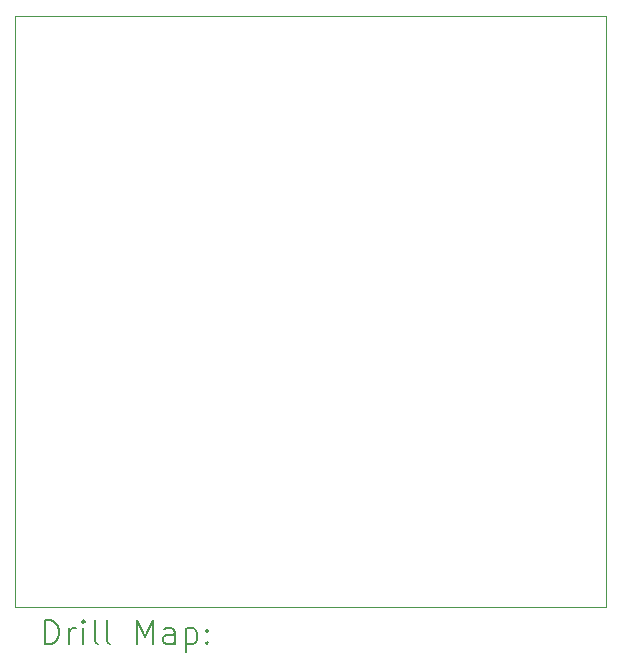
<source format=gbr>
%FSLAX45Y45*%
G04 Gerber Fmt 4.5, Leading zero omitted, Abs format (unit mm)*
G04 Created by KiCad (PCBNEW 6.0.2-378541a8eb~116~ubuntu20.04.1) date 2022-03-13 21:59:55*
%MOMM*%
%LPD*%
G01*
G04 APERTURE LIST*
%TA.AperFunction,Profile*%
%ADD10C,0.100000*%
%TD*%
%ADD11C,0.200000*%
G04 APERTURE END LIST*
D10*
X10750000Y-7940000D02*
X15750000Y-7940000D01*
X15750000Y-7940000D02*
X15750000Y-12940000D01*
X15750000Y-12940000D02*
X10750000Y-12940000D01*
X10750000Y-12940000D02*
X10750000Y-7940000D01*
D11*
X11002619Y-13255476D02*
X11002619Y-13055476D01*
X11050238Y-13055476D01*
X11078810Y-13065000D01*
X11097857Y-13084048D01*
X11107381Y-13103095D01*
X11116905Y-13141190D01*
X11116905Y-13169762D01*
X11107381Y-13207857D01*
X11097857Y-13226905D01*
X11078810Y-13245952D01*
X11050238Y-13255476D01*
X11002619Y-13255476D01*
X11202619Y-13255476D02*
X11202619Y-13122143D01*
X11202619Y-13160238D02*
X11212143Y-13141190D01*
X11221667Y-13131667D01*
X11240714Y-13122143D01*
X11259762Y-13122143D01*
X11326428Y-13255476D02*
X11326428Y-13122143D01*
X11326428Y-13055476D02*
X11316905Y-13065000D01*
X11326428Y-13074524D01*
X11335952Y-13065000D01*
X11326428Y-13055476D01*
X11326428Y-13074524D01*
X11450238Y-13255476D02*
X11431190Y-13245952D01*
X11421667Y-13226905D01*
X11421667Y-13055476D01*
X11555000Y-13255476D02*
X11535952Y-13245952D01*
X11526428Y-13226905D01*
X11526428Y-13055476D01*
X11783571Y-13255476D02*
X11783571Y-13055476D01*
X11850238Y-13198333D01*
X11916905Y-13055476D01*
X11916905Y-13255476D01*
X12097857Y-13255476D02*
X12097857Y-13150714D01*
X12088333Y-13131667D01*
X12069286Y-13122143D01*
X12031190Y-13122143D01*
X12012143Y-13131667D01*
X12097857Y-13245952D02*
X12078809Y-13255476D01*
X12031190Y-13255476D01*
X12012143Y-13245952D01*
X12002619Y-13226905D01*
X12002619Y-13207857D01*
X12012143Y-13188809D01*
X12031190Y-13179286D01*
X12078809Y-13179286D01*
X12097857Y-13169762D01*
X12193095Y-13122143D02*
X12193095Y-13322143D01*
X12193095Y-13131667D02*
X12212143Y-13122143D01*
X12250238Y-13122143D01*
X12269286Y-13131667D01*
X12278809Y-13141190D01*
X12288333Y-13160238D01*
X12288333Y-13217381D01*
X12278809Y-13236428D01*
X12269286Y-13245952D01*
X12250238Y-13255476D01*
X12212143Y-13255476D01*
X12193095Y-13245952D01*
X12374048Y-13236428D02*
X12383571Y-13245952D01*
X12374048Y-13255476D01*
X12364524Y-13245952D01*
X12374048Y-13236428D01*
X12374048Y-13255476D01*
X12374048Y-13131667D02*
X12383571Y-13141190D01*
X12374048Y-13150714D01*
X12364524Y-13141190D01*
X12374048Y-13131667D01*
X12374048Y-13150714D01*
M02*

</source>
